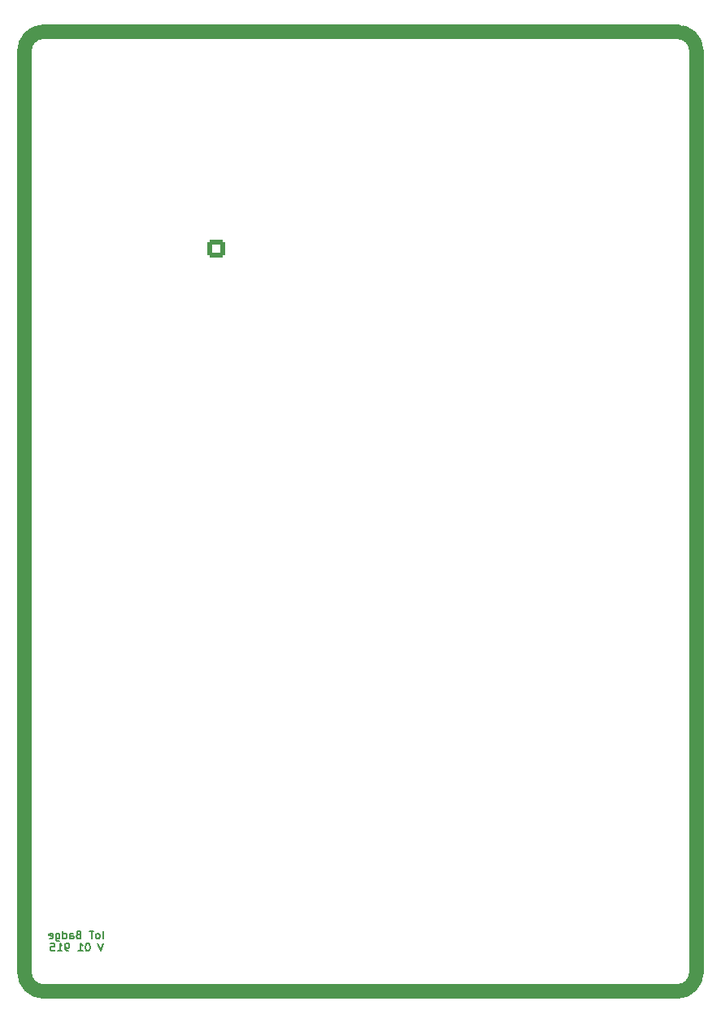
<source format=gbr>
G04 #@! TF.GenerationSoftware,KiCad,Pcbnew,6.0.11-2627ca5db0~126~ubuntu20.04.1*
G04 #@! TF.CreationDate,2023-09-01T18:57:17-05:00*
G04 #@! TF.ProjectId,iot-badge-915,696f742d-6261-4646-9765-2d3931352e6b,rev?*
G04 #@! TF.SameCoordinates,Original*
G04 #@! TF.FileFunction,Legend,Bot*
G04 #@! TF.FilePolarity,Positive*
%FSLAX46Y46*%
G04 Gerber Fmt 4.6, Leading zero omitted, Abs format (unit mm)*
G04 Created by KiCad (PCBNEW 6.0.11-2627ca5db0~126~ubuntu20.04.1) date 2023-09-01 18:57:17*
%MOMM*%
%LPD*%
G01*
G04 APERTURE LIST*
G04 Aperture macros list*
%AMRoundRect*
0 Rectangle with rounded corners*
0 $1 Rounding radius*
0 $2 $3 $4 $5 $6 $7 $8 $9 X,Y pos of 4 corners*
0 Add a 4 corners polygon primitive as box body*
4,1,4,$2,$3,$4,$5,$6,$7,$8,$9,$2,$3,0*
0 Add four circle primitives for the rounded corners*
1,1,$1+$1,$2,$3*
1,1,$1+$1,$4,$5*
1,1,$1+$1,$6,$7*
1,1,$1+$1,$8,$9*
0 Add four rect primitives between the rounded corners*
20,1,$1+$1,$2,$3,$4,$5,0*
20,1,$1+$1,$4,$5,$6,$7,0*
20,1,$1+$1,$6,$7,$8,$9,0*
20,1,$1+$1,$8,$9,$2,$3,0*%
G04 Aperture macros list end*
%ADD10C,1.500000*%
%ADD11C,0.150000*%
%ADD12C,0.500000*%
%ADD13C,1.980000*%
%ADD14C,0.650000*%
%ADD15O,1.000000X2.100000*%
%ADD16O,1.000000X1.600000*%
%ADD17C,6.200000*%
%ADD18C,1.700000*%
%ADD19C,1.524000*%
%ADD20RoundRect,0.248400X0.651600X0.651600X-0.651600X0.651600X-0.651600X-0.651600X0.651600X-0.651600X0*%
%ADD21C,1.800000*%
%ADD22R,0.850000X0.850000*%
%ADD23R,1.700000X1.700000*%
%ADD24O,1.700000X1.700000*%
G04 APERTURE END LIST*
D10*
X168000000Y-150000000D02*
X102000000Y-150000000D01*
X168000000Y-50000000D02*
X102000000Y-50000000D01*
X170000000Y-52000000D02*
X170000000Y-148000000D01*
X170000000Y-52000000D02*
G75*
G03*
X168000000Y-50000000I-2000000J0D01*
G01*
X102000000Y-50000000D02*
G75*
G03*
X100000000Y-52000000I0J-2000000D01*
G01*
X168000000Y-150000000D02*
G75*
G03*
X170000000Y-148000000I0J2000000D01*
G01*
X100000000Y-52000000D02*
X100000000Y-148000000D01*
X100000000Y-148000000D02*
G75*
G03*
X102000000Y-150000000I2000000J0D01*
G01*
D11*
X108210000Y-144497904D02*
X108210000Y-143697904D01*
X107714761Y-144497904D02*
X107790952Y-144459809D01*
X107829047Y-144421714D01*
X107867142Y-144345523D01*
X107867142Y-144116952D01*
X107829047Y-144040761D01*
X107790952Y-144002666D01*
X107714761Y-143964571D01*
X107600476Y-143964571D01*
X107524285Y-144002666D01*
X107486190Y-144040761D01*
X107448095Y-144116952D01*
X107448095Y-144345523D01*
X107486190Y-144421714D01*
X107524285Y-144459809D01*
X107600476Y-144497904D01*
X107714761Y-144497904D01*
X107219523Y-143697904D02*
X106762380Y-143697904D01*
X106990952Y-144497904D02*
X106990952Y-143697904D01*
X105619523Y-144078857D02*
X105505238Y-144116952D01*
X105467142Y-144155047D01*
X105429047Y-144231238D01*
X105429047Y-144345523D01*
X105467142Y-144421714D01*
X105505238Y-144459809D01*
X105581428Y-144497904D01*
X105886190Y-144497904D01*
X105886190Y-143697904D01*
X105619523Y-143697904D01*
X105543333Y-143736000D01*
X105505238Y-143774095D01*
X105467142Y-143850285D01*
X105467142Y-143926476D01*
X105505238Y-144002666D01*
X105543333Y-144040761D01*
X105619523Y-144078857D01*
X105886190Y-144078857D01*
X104743333Y-144497904D02*
X104743333Y-144078857D01*
X104781428Y-144002666D01*
X104857619Y-143964571D01*
X105010000Y-143964571D01*
X105086190Y-144002666D01*
X104743333Y-144459809D02*
X104819523Y-144497904D01*
X105010000Y-144497904D01*
X105086190Y-144459809D01*
X105124285Y-144383619D01*
X105124285Y-144307428D01*
X105086190Y-144231238D01*
X105010000Y-144193142D01*
X104819523Y-144193142D01*
X104743333Y-144155047D01*
X104019523Y-144497904D02*
X104019523Y-143697904D01*
X104019523Y-144459809D02*
X104095714Y-144497904D01*
X104248095Y-144497904D01*
X104324285Y-144459809D01*
X104362380Y-144421714D01*
X104400476Y-144345523D01*
X104400476Y-144116952D01*
X104362380Y-144040761D01*
X104324285Y-144002666D01*
X104248095Y-143964571D01*
X104095714Y-143964571D01*
X104019523Y-144002666D01*
X103295714Y-143964571D02*
X103295714Y-144612190D01*
X103333809Y-144688380D01*
X103371904Y-144726476D01*
X103448095Y-144764571D01*
X103562380Y-144764571D01*
X103638571Y-144726476D01*
X103295714Y-144459809D02*
X103371904Y-144497904D01*
X103524285Y-144497904D01*
X103600476Y-144459809D01*
X103638571Y-144421714D01*
X103676666Y-144345523D01*
X103676666Y-144116952D01*
X103638571Y-144040761D01*
X103600476Y-144002666D01*
X103524285Y-143964571D01*
X103371904Y-143964571D01*
X103295714Y-144002666D01*
X102610000Y-144459809D02*
X102686190Y-144497904D01*
X102838571Y-144497904D01*
X102914761Y-144459809D01*
X102952857Y-144383619D01*
X102952857Y-144078857D01*
X102914761Y-144002666D01*
X102838571Y-143964571D01*
X102686190Y-143964571D01*
X102610000Y-144002666D01*
X102571904Y-144078857D01*
X102571904Y-144155047D01*
X102952857Y-144231238D01*
X108190952Y-144985904D02*
X107924285Y-145785904D01*
X107657619Y-144985904D01*
X106629047Y-144985904D02*
X106552857Y-144985904D01*
X106476666Y-145024000D01*
X106438571Y-145062095D01*
X106400476Y-145138285D01*
X106362380Y-145290666D01*
X106362380Y-145481142D01*
X106400476Y-145633523D01*
X106438571Y-145709714D01*
X106476666Y-145747809D01*
X106552857Y-145785904D01*
X106629047Y-145785904D01*
X106705238Y-145747809D01*
X106743333Y-145709714D01*
X106781428Y-145633523D01*
X106819523Y-145481142D01*
X106819523Y-145290666D01*
X106781428Y-145138285D01*
X106743333Y-145062095D01*
X106705238Y-145024000D01*
X106629047Y-144985904D01*
X105600476Y-145785904D02*
X106057619Y-145785904D01*
X105829047Y-145785904D02*
X105829047Y-144985904D01*
X105905238Y-145100190D01*
X105981428Y-145176380D01*
X106057619Y-145214476D01*
X104610000Y-145785904D02*
X104457619Y-145785904D01*
X104381428Y-145747809D01*
X104343333Y-145709714D01*
X104267142Y-145595428D01*
X104229047Y-145443047D01*
X104229047Y-145138285D01*
X104267142Y-145062095D01*
X104305238Y-145024000D01*
X104381428Y-144985904D01*
X104533809Y-144985904D01*
X104610000Y-145024000D01*
X104648095Y-145062095D01*
X104686190Y-145138285D01*
X104686190Y-145328761D01*
X104648095Y-145404952D01*
X104610000Y-145443047D01*
X104533809Y-145481142D01*
X104381428Y-145481142D01*
X104305238Y-145443047D01*
X104267142Y-145404952D01*
X104229047Y-145328761D01*
X103467142Y-145785904D02*
X103924285Y-145785904D01*
X103695714Y-145785904D02*
X103695714Y-144985904D01*
X103771904Y-145100190D01*
X103848095Y-145176380D01*
X103924285Y-145214476D01*
X102743333Y-144985904D02*
X103124285Y-144985904D01*
X103162380Y-145366857D01*
X103124285Y-145328761D01*
X103048095Y-145290666D01*
X102857619Y-145290666D01*
X102781428Y-145328761D01*
X102743333Y-145366857D01*
X102705238Y-145443047D01*
X102705238Y-145633523D01*
X102743333Y-145709714D01*
X102781428Y-145747809D01*
X102857619Y-145785904D01*
X103048095Y-145785904D01*
X103124285Y-145747809D01*
X103162380Y-145709714D01*
%LPC*%
D12*
X158560000Y-132400000D03*
D13*
X110650000Y-109200000D03*
D14*
X137890000Y-143196000D03*
X132110000Y-143196000D03*
D15*
X130680000Y-142666000D03*
D16*
X139320000Y-146846000D03*
X130680000Y-146846000D03*
D15*
X139320000Y-142666000D03*
D17*
X145350000Y-103548000D03*
X145350000Y-80348000D03*
X124650000Y-80348000D03*
X124650000Y-103548000D03*
D18*
X131190000Y-79998000D03*
X133730000Y-79998000D03*
X136270000Y-79998000D03*
X138810000Y-79998000D03*
D19*
X131137000Y-97898000D03*
X133677000Y-97898000D03*
X136323000Y-97898000D03*
X138863000Y-97898000D03*
D20*
X120000000Y-72600000D03*
D21*
X117460000Y-72600000D03*
X114920000Y-72600000D03*
D22*
X109450000Y-76300000D03*
D23*
X131190000Y-77458000D03*
D24*
X133730000Y-77458000D03*
X136270000Y-77458000D03*
X138810000Y-77458000D03*
M02*

</source>
